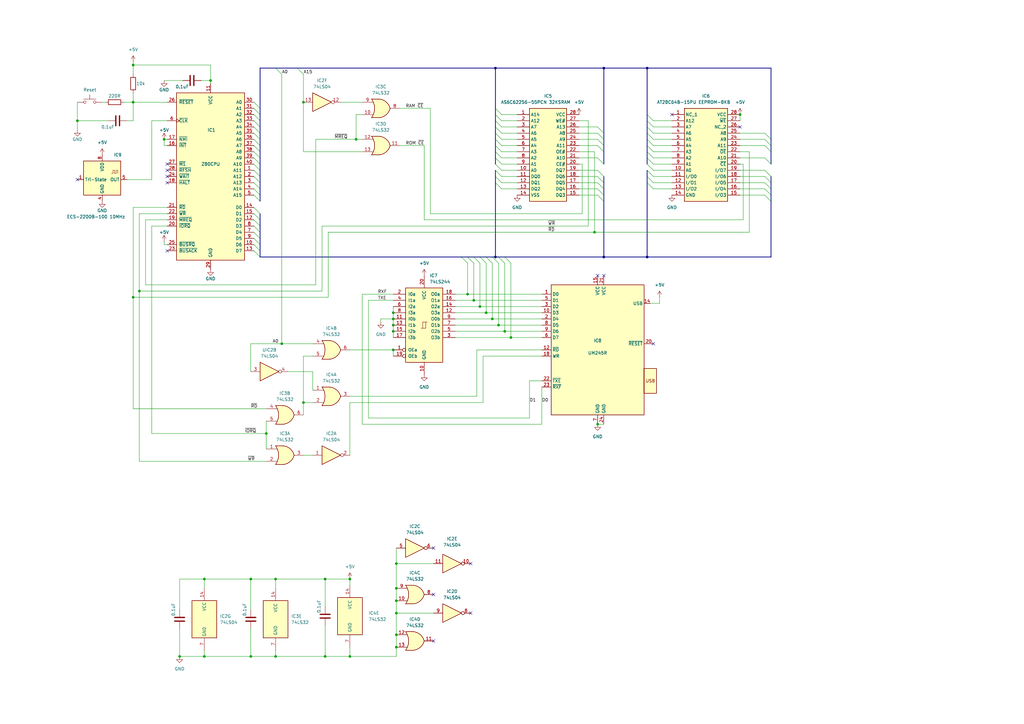
<source format=kicad_sch>
(kicad_sch (version 20230121) (generator eeschema)
  (paper "A3")
  (lib_symbols
    (symbol "74xx:74LS04"
      (property "Reference" "U" (at 0 1.27 0))
      (property "Value" "74LS04" (at 0 -1.27 0))
      (symbol "74LS04_1_0"
        (pin input line (at -7.62 0 0) (length 3.81) (name "~") (number "1"))
        (pin output inverted (at 7.62 0 180) (length 3.81) (name "~") (number "2"))
      )
      (symbol "74LS04_2_0"
        (pin input line (at -7.62 0 0) (length 3.81) (name "~") (number "3"))
        (pin output inverted (at 7.62 0 180) (length 3.81) (name "~") (number "4"))
      )
      (symbol "74LS04_3_0"
        (pin input line (at -7.62 0 0) (length 3.81) (name "~") (number "5"))
        (pin output inverted (at 7.62 0 180) (length 3.81) (name "~") (number "6"))
      )
      (symbol "74LS04_4_0"
        (pin output inverted (at 7.62 0 180) (length 3.81) (name "~") (number "8"))
        (pin input line (at -7.62 0 0) (length 3.81) (name "~") (number "9"))
      )
      (symbol "74LS04_5_0"
        (pin output inverted (at 7.62 0 180) (length 3.81) (name "~") (number "10"))
        (pin input line (at -7.62 0 0) (length 3.81) (name "~") (number "11"))
      )
      (symbol "74LS04_6_0"
        (pin output inverted (at 7.62 0 180) (length 3.81) (name "~") (number "12"))
        (pin input line (at -7.62 0 0) (length 3.81) (name "~") (number "13"))
      )
      (symbol "74LS04_7_0"
        (pin power_in line (at 0 12.7 270) (length 5.08) (name "VCC") (number "14"))
        (pin power_in line (at 0 -12.7 90) (length 5.08) (name "GND") (number "7"))
      )
    )
    (symbol "74xx:74LS244" (pin_names (offset 1.016))
      (property "Reference" "U" (at -7.62 16.51 0))
      (property "Value" "74LS244" (at -7.62 -16.51 0))
      (symbol "74LS244_1_0"
        (pin input inverted (at -12.7 -10.16 0) (length 5.08) (name "OEa") (number "1"))
        (pin power_in line (at 0 -20.32 90) (length 5.08) (name "GND") (number "10"))
        (pin input line (at -12.7 2.54 0) (length 5.08) (name "I0b") (number "11"))
        (pin tri_state line (at 12.7 5.08 180) (length 5.08) (name "O3a") (number "12"))
        (pin input line (at -12.7 0 0) (length 5.08) (name "I1b") (number "13"))
        (pin tri_state line (at 12.7 7.62 180) (length 5.08) (name "O2a") (number "14"))
        (pin input line (at -12.7 -2.54 0) (length 5.08) (name "I2b") (number "15"))
        (pin tri_state line (at 12.7 10.16 180) (length 5.08) (name "O1a") (number "16"))
        (pin input line (at -12.7 -5.08 0) (length 5.08) (name "I3b") (number "17"))
        (pin tri_state line (at 12.7 12.7 180) (length 5.08) (name "O0a") (number "18"))
        (pin input inverted (at -12.7 -12.7 0) (length 5.08) (name "OEb") (number "19"))
        (pin input line (at -12.7 12.7 0) (length 5.08) (name "I0a") (number "2"))
        (pin power_in line (at 0 20.32 270) (length 5.08) (name "VCC") (number "20"))
        (pin tri_state line (at 12.7 -5.08 180) (length 5.08) (name "O3b") (number "3"))
        (pin input line (at -12.7 10.16 0) (length 5.08) (name "I1a") (number "4"))
        (pin tri_state line (at 12.7 -2.54 180) (length 5.08) (name "O2b") (number "5"))
        (pin input line (at -12.7 7.62 0) (length 5.08) (name "I2a") (number "6"))
        (pin tri_state line (at 12.7 0 180) (length 5.08) (name "O1b") (number "7"))
        (pin input line (at -12.7 5.08 0) (length 5.08) (name "I3a") (number "8"))
        (pin tri_state line (at 12.7 2.54 180) (length 5.08) (name "O0b") (number "9"))
      )
    )
    (symbol "74xx:74LS32" (pin_names (offset 1.016))
      (property "Reference" "U" (at 0 1.27 0))
      (property "Value" "74LS32" (at 0 -1.27 0))
      (symbol "74LS32_1_1"
        (pin input line (at -7.62 2.54 0) (length 4.318) (name "~") (number "1"))
        (pin input line (at -7.62 -2.54 0) (length 4.318) (name "~") (number "2"))
        (pin output line (at 7.62 0 180) (length 3.81) (name "~") (number "3"))
      )
      (symbol "74LS32_1_2"
        (pin input inverted (at -7.62 2.54 0) (length 3.81) (name "~") (number "1"))
        (pin input inverted (at -7.62 -2.54 0) (length 3.81) (name "~") (number "2"))
        (pin output inverted (at 7.62 0 180) (length 3.81) (name "~") (number "3"))
      )
      (symbol "74LS32_2_1"
        (pin input line (at -7.62 2.54 0) (length 4.318) (name "~") (number "4"))
        (pin input line (at -7.62 -2.54 0) (length 4.318) (name "~") (number "5"))
        (pin output line (at 7.62 0 180) (length 3.81) (name "~") (number "6"))
      )
      (symbol "74LS32_2_2"
        (pin input inverted (at -7.62 2.54 0) (length 3.81) (name "~") (number "4"))
        (pin input inverted (at -7.62 -2.54 0) (length 3.81) (name "~") (number "5"))
        (pin output inverted (at 7.62 0 180) (length 3.81) (name "~") (number "6"))
      )
      (symbol "74LS32_3_1"
        (pin input line (at -7.62 -2.54 0) (length 4.318) (name "~") (number "10"))
        (pin output line (at 7.62 0 180) (length 3.81) (name "~") (number "8"))
        (pin input line (at -7.62 2.54 0) (length 4.318) (name "~") (number "9"))
      )
      (symbol "74LS32_3_2"
        (pin input inverted (at -7.62 -2.54 0) (length 3.81) (name "~") (number "10"))
        (pin output inverted (at 7.62 0 180) (length 3.81) (name "~") (number "8"))
        (pin input inverted (at -7.62 2.54 0) (length 3.81) (name "~") (number "9"))
      )
      (symbol "74LS32_4_1"
        (pin output line (at 7.62 0 180) (length 3.81) (name "~") (number "11"))
        (pin input line (at -7.62 2.54 0) (length 4.318) (name "~") (number "12"))
        (pin input line (at -7.62 -2.54 0) (length 4.318) (name "~") (number "13"))
      )
      (symbol "74LS32_4_2"
        (pin output inverted (at 7.62 0 180) (length 3.81) (name "~") (number "11"))
        (pin input inverted (at -7.62 2.54 0) (length 3.81) (name "~") (number "12"))
        (pin input inverted (at -7.62 -2.54 0) (length 3.81) (name "~") (number "13"))
      )
      (symbol "74LS32_5_0"
        (pin power_in line (at 0 12.7 270) (length 5.08) (name "VCC") (number "14"))
        (pin power_in line (at 0 -12.7 90) (length 5.08) (name "GND") (number "7"))
      )
    )
    (symbol "AS6C62256-55PCN:AS6C62256-55PCN"
      (property "Reference" "IC" (at 21.59 7.62 0))
      (property "Value" "AS6C62256-55PCN" (at 21.59 5.08 0))
      (symbol "AS6C62256-55PCN_1_1"
        (pin input line (at 0 0 0) (length 5.08) (name "A14") (number "1"))
        (pin input line (at 0 -22.86 0) (length 5.08) (name "A0") (number "10"))
        (pin bidirectional line (at 0 -25.4 0) (length 5.08) (name "DQ0") (number "11"))
        (pin bidirectional line (at 0 -27.94 0) (length 5.08) (name "DQ1") (number "12"))
        (pin bidirectional line (at 0 -30.48 0) (length 5.08) (name "DQ2") (number "13"))
        (pin power_in line (at 0 -33.02 0) (length 5.08) (name "VSS") (number "14"))
        (pin bidirectional line (at 25.4 -33.02 180) (length 5.08) (name "DQ3") (number "15"))
        (pin bidirectional line (at 25.4 -30.48 180) (length 5.08) (name "DQ4") (number "16"))
        (pin bidirectional line (at 25.4 -27.94 180) (length 5.08) (name "DQ5") (number "17"))
        (pin bidirectional line (at 25.4 -25.4 180) (length 5.08) (name "DQ6") (number "18"))
        (pin bidirectional line (at 25.4 -22.86 180) (length 5.08) (name "DQ7") (number "19"))
        (pin input line (at 0 -2.54 0) (length 5.08) (name "A12") (number "2"))
        (pin input line (at 25.4 -20.32 180) (length 5.08) (name "CE#") (number "20"))
        (pin input line (at 25.4 -17.78 180) (length 5.08) (name "A10") (number "21"))
        (pin input line (at 25.4 -15.24 180) (length 5.08) (name "OE#") (number "22"))
        (pin input line (at 25.4 -12.7 180) (length 5.08) (name "A11") (number "23"))
        (pin input line (at 25.4 -10.16 180) (length 5.08) (name "A9") (number "24"))
        (pin input line (at 25.4 -7.62 180) (length 5.08) (name "A8") (number "25"))
        (pin input line (at 25.4 -5.08 180) (length 5.08) (name "A13") (number "26"))
        (pin input line (at 25.4 -2.54 180) (length 5.08) (name "WE#") (number "27"))
        (pin power_in line (at 25.4 0 180) (length 5.08) (name "VCC") (number "28"))
        (pin input line (at 0 -5.08 0) (length 5.08) (name "A7") (number "3"))
        (pin input line (at 0 -7.62 0) (length 5.08) (name "A6") (number "4"))
        (pin input line (at 0 -10.16 0) (length 5.08) (name "A5") (number "5"))
        (pin input line (at 0 -12.7 0) (length 5.08) (name "A4") (number "6"))
        (pin input line (at 0 -15.24 0) (length 5.08) (name "A3") (number "7"))
        (pin input line (at 0 -17.78 0) (length 5.08) (name "A2") (number "8"))
        (pin input line (at 0 -20.32 0) (length 5.08) (name "A1") (number "9"))
      )
    )
    (symbol "AT28C64B-15PU:AT28C64B-15PU"
      (property "Reference" "IC" (at 24.13 7.62 0))
      (property "Value" "AT28C64B-15PU" (at 24.13 5.08 0))
      (symbol "AT28C64B-15PU_1_1"
        (pin passive line (at 0 0 0) (length 5.08) (name "NC_1") (number "1"))
        (pin passive line (at 0 -22.86 0) (length 5.08) (name "A0") (number "10"))
        (pin passive line (at 0 -25.4 0) (length 5.08) (name "I/O0") (number "11"))
        (pin passive line (at 0 -27.94 0) (length 5.08) (name "I/O1") (number "12"))
        (pin passive line (at 0 -30.48 0) (length 5.08) (name "I/O2") (number "13"))
        (pin passive line (at 0 -33.02 0) (length 5.08) (name "GND") (number "14"))
        (pin passive line (at 27.94 -33.02 180) (length 5.08) (name "I/O3") (number "15"))
        (pin passive line (at 27.94 -30.48 180) (length 5.08) (name "I/O4") (number "16"))
        (pin passive line (at 27.94 -27.94 180) (length 5.08) (name "I/O5") (number "17"))
        (pin passive line (at 27.94 -25.4 180) (length 5.08) (name "I/O6") (number "18"))
        (pin passive line (at 27.94 -22.86 180) (length 5.08) (name "I/O7") (number "19"))
        (pin passive line (at 0 -2.54 0) (length 5.08) (name "A12") (number "2"))
        (pin passive line (at 27.94 -20.32 180) (length 5.08) (name "~{CE}") (number "20"))
        (pin passive line (at 27.94 -17.78 180) (length 5.08) (name "A10") (number "21"))
        (pin passive line (at 27.94 -15.24 180) (length 5.08) (name "~{OE}") (number "22"))
        (pin passive line (at 27.94 -12.7 180) (length 5.08) (name "A11") (number "23"))
        (pin passive line (at 27.94 -10.16 180) (length 5.08) (name "A9") (number "24"))
        (pin passive line (at 27.94 -7.62 180) (length 5.08) (name "A8") (number "25"))
        (pin passive line (at 27.94 -5.08 180) (length 5.08) (name "NC_2") (number "26"))
        (pin passive line (at 27.94 -2.54 180) (length 5.08) (name "~{WE}") (number "27"))
        (pin passive line (at 27.94 0 180) (length 5.08) (name "VCC") (number "28"))
        (pin passive line (at 0 -5.08 0) (length 5.08) (name "A7") (number "3"))
        (pin passive line (at 0 -7.62 0) (length 5.08) (name "A6") (number "4"))
        (pin passive line (at 0 -10.16 0) (length 5.08) (name "A5") (number "5"))
        (pin passive line (at 0 -12.7 0) (length 5.08) (name "A4") (number "6"))
        (pin passive line (at 0 -15.24 0) (length 5.08) (name "A3") (number "7"))
        (pin passive line (at 0 -17.78 0) (length 5.08) (name "A2") (number "8"))
        (pin passive line (at 0 -20.32 0) (length 5.08) (name "A1") (number "9"))
      )
    )
    (symbol "CPU:Z80CPU" (pin_names (offset 1.016))
      (property "Reference" "U" (at -13.97 35.56 0))
      (property "Value" "Z80CPU" (at 6.35 35.56 0))
      (symbol "Z80CPU_1_1"
        (pin output line (at 17.78 2.54 180) (length 3.81) (name "A11") (number "1"))
        (pin bidirectional line (at 17.78 -27.94 180) (length 3.81) (name "D6") (number "10"))
        (pin power_in line (at 0 38.1 270) (length 3.81) (name "VCC") (number "11"))
        (pin bidirectional line (at 17.78 -17.78 180) (length 3.81) (name "D2") (number "12"))
        (pin bidirectional line (at 17.78 -30.48 180) (length 3.81) (name "D7") (number "13"))
        (pin bidirectional line (at 17.78 -12.7 180) (length 3.81) (name "D0") (number "14"))
        (pin bidirectional line (at 17.78 -15.24 180) (length 3.81) (name "D1") (number "15"))
        (pin input line (at -17.78 12.7 0) (length 3.81) (name "~{INT}") (number "16"))
        (pin input line (at -17.78 15.24 0) (length 3.81) (name "~{NMI}") (number "17"))
        (pin output line (at -17.78 -2.54 0) (length 3.81) (name "~{HALT}") (number "18"))
        (pin output line (at -17.78 -17.78 0) (length 3.81) (name "~{MREQ}") (number "19"))
        (pin output line (at 17.78 0 180) (length 3.81) (name "A12") (number "2"))
        (pin output line (at -17.78 -20.32 0) (length 3.81) (name "~{IORQ}") (number "20"))
        (pin output line (at -17.78 -12.7 0) (length 3.81) (name "~{RD}") (number "21"))
        (pin output line (at -17.78 -15.24 0) (length 3.81) (name "~{WR}") (number "22"))
        (pin output line (at -17.78 -30.48 0) (length 3.81) (name "~{BUSACK}") (number "23"))
        (pin input line (at -17.78 0 0) (length 3.81) (name "~{WAIT}") (number "24"))
        (pin input line (at -17.78 -27.94 0) (length 3.81) (name "~{BUSRQ}") (number "25"))
        (pin input line (at -17.78 30.48 0) (length 3.81) (name "~{RESET}") (number "26"))
        (pin output line (at -17.78 5.08 0) (length 3.81) (name "~{M1}") (number "27"))
        (pin output line (at -17.78 2.54 0) (length 3.81) (name "~{RFSH}") (number "28"))
        (pin power_in line (at 0 -38.1 90) (length 3.81) (name "GND") (number "29"))
        (pin output line (at 17.78 -2.54 180) (length 3.81) (name "A13") (number "3"))
        (pin output line (at 17.78 30.48 180) (length 3.81) (name "A0") (number "30"))
        (pin output line (at 17.78 27.94 180) (length 3.81) (name "A1") (number "31"))
        (pin output line (at 17.78 25.4 180) (length 3.81) (name "A2") (number "32"))
        (pin output line (at 17.78 22.86 180) (length 3.81) (name "A3") (number "33"))
        (pin output line (at 17.78 20.32 180) (length 3.81) (name "A4") (number "34"))
        (pin output line (at 17.78 17.78 180) (length 3.81) (name "A5") (number "35"))
        (pin output line (at 17.78 15.24 180) (length 3.81) (name "A6") (number "36"))
        (pin output line (at 17.78 12.7 180) (length 3.81) (name "A7") (number "37"))
        (pin output line (at 17.78 10.16 180) (length 3.81) (name "A8") (number "38"))
        (pin output line (at 17.78 7.62 180) (length 3.81) (name "A9") (number "39"))
        (pin output line (at 17.78 -5.08 180) (length 3.81) (name "A14") (number "4"))
        (pin output line (at 17.78 5.08 180) (length 3.81) (name "A10") (number "40"))
        (pin output line (at 17.78 -7.62 180) (length 3.81) (name "A15") (number "5"))
        (pin input clock (at -17.78 22.86 0) (length 3.81) (name "~{CLK}") (number "6"))
        (pin bidirectional line (at 17.78 -22.86 180) (length 3.81) (name "D4") (number "7"))
        (pin bidirectional line (at 17.78 -20.32 180) (length 3.81) (name "D3") (number "8"))
        (pin bidirectional line (at 17.78 -25.4 180) (length 3.81) (name "D5") (number "9"))
      )
    )
    (symbol "Device:C" (pin_numbers hide) (pin_names (offset 0.254))
      (property "Reference" "C" (at 0.635 2.54 0))
      (property "Value" "C" (at 0.635 -2.54 0))
      (symbol "C_1_1"
        (pin passive line (at 0 3.81 270) (length 2.794) (name "~") (number "1"))
        (pin passive line (at 0 -3.81 90) (length 2.794) (name "~") (number "2"))
      )
    )
    (symbol "Device:R" (pin_numbers hide) (pin_names (offset 0))
      (property "Reference" "R" (at 2.032 0 90))
      (property "Value" "R" (at 0 0 90))
      (symbol "R_1_1"
        (pin passive line (at 0 3.81 270) (length 1.27) (name "~") (number "1"))
        (pin passive line (at 0 -3.81 90) (length 1.27) (name "~") (number "2"))
      )
    )
    (symbol "GND_1" (power) (pin_numbers hide) (pin_names (offset 0) hide)
      (property "Value" "GND_1" (at 0 -3.81 0))
      (symbol "GND_1_1_1"
        (pin power_in line (at 0 0 270) (length 0) hide (name "GND") (number "1"))
      )
    )
    (symbol "PainfulDiodes:ECS-2200x-xxx"
      (property "Reference" "U" (at -5.08 10.16 0))
      (property "Value" "ECS-2200x-xxx" (at 1.27 -6.35 0))
      (symbol "ECS-2200x-xxx_1_1"
        (pin input line (at -10.16 1.27 0) (length 2.54) (name "Tri-State") (number "1"))
        (pin power_in line (at 0 -7.62 90) (length 2.54) (name "GND") (number "4"))
        (pin output line (at 10.16 1.27 180) (length 2.54) (name "OUT") (number "5"))
        (pin power_in line (at 0 11.43 270) (length 2.54) (name "VDD") (number "8"))
      )
    )
    (symbol "PainfulDiodes:UM245R"
      (property "Reference" "IC8" (at 0 5.08 0))
      (property "Value" "UM245R" (at 0 0 0))
      (symbol "UM245R_1_1"
        (text "USB" (at 21.59 -11.43 0) (effects (font (size 1.27 1.27))))
        (pin bidirectional line (at -22.86 24.13 0) (length 3.81) (name "D0") (number "1"))
        (pin bidirectional line (at -22.86 16.51 0) (length 3.81) (name "D3") (number "10"))
        (pin input line (at -22.86 1.27 0) (length 3.81) (name "~{RD}") (number "12"))
        (pin power_out line (at 21.59 20.32 180) (length 2.54) (name "USB") (number "14"))
        (pin power_in line (at 0 31.75 270) (length 3.81) (name "VCC") (number "15"))
        (pin input line (at -22.86 -1.27 0) (length 3.81) (name "WR") (number "18"))
        (pin bidirectional line (at -22.86 13.97 0) (length 3.81) (name "D4") (number "2"))
        (pin input line (at 22.86 3.81 180) (length 3.81) (name "~{RESET}") (number "20"))
        (pin power_in line (at 2.54 31.75 270) (length 3.81) (name "VCC") (number "21"))
        (pin output line (at -22.86 -11.43 0) (length 3.81) (name "~{TXE}") (number "22"))
        (pin output line (at -22.86 -13.97 0) (length 3.81) (name "~{RXF}") (number "23"))
        (pin power_in line (at 2.54 -29.21 90) (length 3.81) (name "GND") (number "24"))
        (pin bidirectional line (at -22.86 19.05 0) (length 3.81) (name "D2") (number "3"))
        (pin bidirectional line (at -22.86 21.59 0) (length 3.81) (name "D1") (number "5"))
        (pin bidirectional line (at -22.86 6.35 0) (length 3.81) (name "D7") (number "6"))
        (pin power_in line (at 0 -29.21 90) (length 3.81) (name "GND") (number "7"))
        (pin bidirectional line (at -22.86 11.43 0) (length 3.81) (name "D5") (number "8"))
        (pin bidirectional line (at -22.86 8.89 0) (length 3.81) (name "D6") (number "9"))
      )
    )
    (symbol "Switch:SW_Push" (pin_numbers hide) (pin_names (offset 1.016) hide)
      (property "Reference" "SW" (at 1.27 2.54 0))
      (property "Value" "SW_Push" (at 0 -1.524 0))
      (symbol "SW_Push_0_1"
        (pin passive line (at -5.08 0 0) (length 2.54) (name "1") (number "1"))
        (pin passive line (at 5.08 0 180) (length 2.54) (name "2") (number "2"))
      )
    )
    (symbol "power:+5V" (power) (pin_numbers hide) (pin_names (offset 0) hide)
      (property "Value" "+5V" (at 0 3.556 0))
      (symbol "+5V_1_1"
        (pin power_in line (at 0 0 90) (length 0) hide (name "+5V") (number "1"))
      )
    )
    (symbol "power:GND" (power) (pin_numbers hide) (pin_names (offset 0) hide)
      (property "Value" "GND" (at 0 -3.81 0))
      (symbol "GND_1_1"
        (pin power_in line (at 0 0 270) (length 0) hide (name "GND") (number "1"))
      )
    )
  )
  (junction (at 265.43 105.41))
  (junction (at 83.82 237.49))
  (junction (at 124.46 165.1))
  (junction (at 54.61 41.91))
  (junction (at 162.56 265.43))
  (junction (at 194.31 123.19))
  (junction (at 54.61 26.67))
  (junction (at 161.29 143.51))
  (junction (at 67.31 57.15))
  (junction (at 102.87 269.24))
  (junction (at 115.57 140.97))
  (junction (at 161.29 130.81))
  (junction (at 161.29 128.27))
  (junction (at 265.43 27.94))
  (junction (at -46.99 45.72))
  (junction (at 161.29 133.35))
  (junction (at -54.61 125.73))
  (junction (at -54.61 110.49))
  (junction (at 162.56 231.14))
  (junction (at 86.36 33.02))
  (junction (at 54.61 121.92))
  (junction (at 243.84 95.25))
  (junction (at 146.05 57.15))
  (junction (at 199.39 128.27))
  (junction (at 161.29 135.89))
  (junction (at 143.51 269.24))
  (junction (at 196.85 125.73))
  (junction (at 133.35 269.24))
  (junction (at 73.66 269.24))
  (junction (at 203.2 27.94))
  (junction (at 207.01 135.89))
  (junction (at 203.2 105.41))
  (junction (at 83.82 269.24))
  (junction (at 113.03 269.24))
  (junction (at 162.56 241.3))
  (junction (at 102.87 237.49))
  (junction (at 245.11 173.99))
  (junction (at 162.56 246.38))
  (junction (at 303.53 46.99))
  (junction (at 109.22 177.8))
  (junction (at 162.56 251.46))
  (junction (at 133.35 237.49))
  (junction (at 209.55 138.43))
  (junction (at 124.46 41.91))
  (junction (at 113.03 237.49))
  (junction (at 191.77 120.65))
  (junction (at 247.65 27.94))
  (junction (at 247.65 105.41))
  (junction (at 57.15 119.38))
  (junction (at 31.75 49.53))
  (junction (at 143.51 237.49))
  (junction (at 162.56 260.35))
  (junction (at 204.47 133.35))
  (junction (at 201.93 130.81))
  (no_connect (at 68.58 72.39))
  (no_connect (at 193.04 231.14))
  (no_connect (at 68.58 67.31))
  (no_connect (at 275.59 46.99))
  (no_connect (at 177.8 243.84))
  (no_connect (at 31.75 73.66))
  (no_connect (at 68.58 69.85))
  (no_connect (at 193.04 251.46))
  (no_connect (at 267.97 140.97))
  (no_connect (at 177.8 262.89))
  (no_connect (at 68.58 102.87))
  (no_connect (at 245.11 113.03))
  (no_connect (at 247.65 113.03))
  (no_connect (at 68.58 74.93))
  (no_connect (at 303.53 52.07))
  (no_connect (at 177.8 224.79))
  (bus_entry (at 313.69 54.61) (size 2.54 2.54))
  (bus_entry (at 203.2 69.85) (size 2.54 2.54))
  (bus_entry (at 245.11 77.47) (size 2.54 2.54))
  (bus_entry (at 313.69 64.77) (size 2.54 2.54))
  (bus_entry (at 245.11 80.01) (size 2.54 2.54))
  (bus_entry (at 203.2 59.69) (size 2.54 2.54))
  (bus_entry (at 245.11 52.07) (size 2.54 2.54))
  (bus_entry (at 203.2 52.07) (size 2.54 2.54))
  (bus_entry (at 104.14 69.85) (size 2.54 2.54))
  (bus_entry (at 203.2 46.99) (size 2.54 2.54))
  (bus_entry (at 104.14 67.31) (size 2.54 2.54))
  (bus_entry (at 201.93 105.41) (size 2.54 2.54))
  (bus_entry (at 104.14 54.61) (size 2.54 2.54))
  (bus_entry (at 313.69 72.39) (size 2.54 2.54))
  (bus_entry (at 265.43 69.85) (size 2.54 2.54))
  (bus_entry (at 189.23 105.41) (size 2.54 2.54))
  (bus_entry (at 265.43 67.31) (size 2.54 2.54))
  (bus_entry (at 313.69 80.01) (size 2.54 2.54))
  (bus_entry (at 313.69 74.93) (size 2.54 2.54))
  (bus_entry (at 203.2 54.61) (size 2.54 2.54))
  (bus_entry (at 104.14 80.01) (size 2.54 2.54))
  (bus_entry (at 104.14 90.17) (size 2.54 2.54))
  (bus_entry (at 104.14 62.23) (size 2.54 2.54))
  (bus_entry (at 203.2 74.93) (size 2.54 2.54))
  (bus_entry (at 104.14 85.09) (size 2.54 2.54))
  (bus_entry (at 104.14 64.77) (size 2.54 2.54))
  (bus_entry (at 113.03 27.94) (size 2.54 2.54))
  (bus_entry (at 104.14 95.25) (size 2.54 2.54))
  (bus_entry (at 265.43 49.53) (size 2.54 2.54))
  (bus_entry (at 204.47 105.41) (size 2.54 2.54))
  (bus_entry (at 104.14 100.33) (size 2.54 2.54))
  (bus_entry (at 104.14 52.07) (size 2.54 2.54))
  (bus_entry (at 121.92 27.94) (size 2.54 2.54))
  (bus_entry (at 196.85 105.41) (size 2.54 2.54))
  (bus_entry (at 203.2 62.23) (size 2.54 2.54))
  (bus_entry (at 265.43 52.07) (size 2.54 2.54))
  (bus_entry (at 199.39 105.41) (size 2.54 2.54))
  (bus_entry (at 104.14 92.71) (size 2.54 2.54))
  (bus_entry (at 104.14 46.99) (size 2.54 2.54))
  (bus_entry (at 203.2 49.53) (size 2.54 2.54))
  (bus_entry (at 265.43 74.93) (size 2.54 2.54))
  (bus_entry (at 245.11 54.61) (size 2.54 2.54))
  (bus_entry (at 203.2 57.15) (size 2.54 2.54))
  (bus_entry (at 104.14 72.39) (size 2.54 2.54))
  (bus_entry (at 245.11 69.85) (size 2.54 2.54))
  (bus_entry (at 313.69 77.47) (size 2.54 2.54))
  (bus_entry (at 104.14 77.47) (size 2.54 2.54))
  (bus_entry (at 313.69 57.15) (size 2.54 2.54))
  (bus_entry (at 203.2 72.39) (size 2.54 2.54))
  (bus_entry (at 265.43 54.61) (size 2.54 2.54))
  (bus_entry (at 104.14 74.93) (size 2.54 2.54))
  (bus_entry (at 203.2 44.45) (size 2.54 2.54))
  (bus_entry (at 104.14 87.63) (size 2.54 2.54))
  (bus_entry (at 265.43 62.23) (size 2.54 2.54))
  (bus_entry (at 104.14 41.91) (size 2.54 2.54))
  (bus_entry (at 265.43 59.69) (size 2.54 2.54))
  (bus_entry (at 245.11 64.77) (size 2.54 2.54))
  (bus_entry (at 245.11 59.69) (size 2.54 2.54))
  (bus_entry (at 265.43 46.99) (size 2.54 2.54))
  (bus_entry (at 245.11 72.39) (size 2.54 2.54))
  (bus_entry (at 104.14 57.15) (size 2.54 2.54))
  (bus_entry (at 245.11 57.15) (size 2.54 2.54))
  (bus_entry (at 265.43 72.39) (size 2.54 2.54))
  (bus_entry (at 191.77 105.41) (size 2.54 2.54))
  (bus_entry (at 104.14 102.87) (size 2.54 2.54))
  (bus_entry (at 104.14 49.53) (size 2.54 2.54))
  (bus_entry (at 313.69 69.85) (size 2.54 2.54))
  (bus_entry (at 313.69 59.69) (size 2.54 2.54))
  (bus_entry (at 245.11 74.93) (size 2.54 2.54))
  (bus_entry (at 207.01 105.41) (size 2.54 2.54))
  (bus_entry (at 265.43 64.77) (size 2.54 2.54))
  (bus_entry (at 104.14 59.69) (size 2.54 2.54))
  (bus_entry (at 203.2 64.77) (size 2.54 2.54))
  (bus_entry (at 104.14 44.45) (size 2.54 2.54))
  (bus_entry (at 203.2 67.31) (size 2.54 2.54))
  (bus_entry (at 104.14 97.79) (size 2.54 2.54))
  (bus_entry (at 265.43 57.15) (size 2.54 2.54))
  (bus_entry (at 194.31 105.41) (size 2.54 2.54))
  (wire (pts (xy 241.3 92.71) (xy 241.3 49.53)))
  (wire (pts (xy 102.87 237.49) (xy 113.03 237.49)))
  (bus (pts (xy 106.68 54.61) (xy 106.68 57.15)))
  (wire (pts (xy 209.55 107.95) (xy 209.55 138.43)))
  (bus (pts (xy 203.2 74.93) (xy 203.2 105.41)))
  (wire (pts (xy 237.49 69.85) (xy 245.11 69.85)))
  (bus (pts (xy 106.68 59.69) (xy 106.68 62.23)))
  (bus (pts (xy 203.2 49.53) (xy 203.2 52.07)))
  (wire (pts (xy 31.75 41.91) (xy 31.75 49.53)))
  (bus (pts (xy 316.23 59.69) (xy 316.23 57.15)))
  (wire (pts (xy 176.53 44.45) (xy 176.53 87.63)))
  (wire (pts (xy 161.29 130.81) (xy 161.29 133.35)))
  (bus (pts (xy 265.43 54.61) (xy 265.43 52.07)))
  (wire (pts (xy 186.69 133.35) (xy 204.47 133.35)))
  (wire (pts (xy 186.69 135.89) (xy 207.01 135.89)))
  (wire (pts (xy 196.85 125.73) (xy 222.25 125.73)))
  (wire (pts (xy 201.93 107.95) (xy 201.93 130.81)))
  (bus (pts (xy 316.23 57.15) (xy 316.23 27.94)))
  (wire (pts (xy 204.47 107.95) (xy 204.47 133.35)))
  (wire (pts (xy -46.99 45.72) (xy -36.83 45.72)))
  (bus (pts (xy 106.68 27.94) (xy 106.68 44.45)))
  (wire (pts (xy 270.51 124.46) (xy 266.7 124.46)))
  (wire (pts (xy 109.22 177.8) (xy 62.23 177.8)))
  (wire (pts (xy 201.93 130.81) (xy 222.25 130.81)))
  (wire (pts (xy 303.53 69.85) (xy 313.69 69.85)))
  (bus (pts (xy 106.68 52.07) (xy 106.68 54.61)))
  (wire (pts (xy 237.49 72.39) (xy 245.11 72.39)))
  (bus (pts (xy 265.43 49.53) (xy 265.43 46.99)))
  (wire (pts (xy -54.61 104.14) (xy -54.61 110.49)))
  (wire (pts (xy 73.66 269.24) (xy 83.82 269.24)))
  (bus (pts (xy 189.23 105.41) (xy 191.77 105.41)))
  (bus (pts (xy 247.65 82.55) (xy 247.65 105.41)))
  (bus (pts (xy 106.68 69.85) (xy 106.68 72.39)))
  (bus (pts (xy 203.2 57.15) (xy 203.2 59.69)))
  (bus (pts (xy 106.68 97.79) (xy 106.68 100.33)))
  (wire (pts (xy 204.47 133.35) (xy 222.25 133.35)))
  (wire (pts (xy 83.82 241.3) (xy 83.82 237.49)))
  (bus (pts (xy 265.43 105.41) (xy 316.23 105.41)))
  (wire (pts (xy 207.01 107.95) (xy 207.01 135.89)))
  (wire (pts (xy 205.74 46.99) (xy 212.09 46.99)))
  (bus (pts (xy 207.01 105.41) (xy 247.65 105.41)))
  (bus (pts (xy 106.68 57.15) (xy 106.68 59.69)))
  (bus (pts (xy 316.23 67.31) (xy 316.23 62.23)))
  (wire (pts (xy 54.61 25.4) (xy 54.61 26.67)))
  (wire (pts (xy 67.31 33.02) (xy 74.93 33.02)))
  (wire (pts (xy -46.99 27.94) (xy -46.99 31.75)))
  (wire (pts (xy 146.05 46.99) (xy 146.05 57.15)))
  (wire (pts (xy 205.74 57.15) (xy 212.09 57.15)))
  (wire (pts (xy -54.61 27.94) (xy -46.99 27.94)))
  (wire (pts (xy 68.58 90.17) (xy 59.69 90.17)))
  (wire (pts (xy 151.13 171.45) (xy 217.17 171.45)))
  (wire (pts (xy 62.23 73.66) (xy 62.23 49.53)))
  (wire (pts (xy 186.69 128.27) (xy 199.39 128.27)))
  (wire (pts (xy 267.97 74.93) (xy 275.59 74.93)))
  (wire (pts (xy 237.49 74.93) (xy 245.11 74.93)))
  (bus (pts (xy 247.65 27.94) (xy 265.43 27.94)))
  (wire (pts (xy 124.46 30.48) (xy 124.46 41.91)))
  (bus (pts (xy 247.65 59.69) (xy 247.65 62.23)))
  (wire (pts (xy 161.29 135.89) (xy 161.29 138.43)))
  (wire (pts (xy 194.31 107.95) (xy 194.31 123.19)))
  (wire (pts (xy 129.54 116.84) (xy 129.54 57.15)))
  (wire (pts (xy 57.15 189.23) (xy 57.15 119.38)))
  (wire (pts (xy 143.51 269.24) (xy 162.56 269.24)))
  (wire (pts (xy 303.53 64.77) (xy 313.69 64.77)))
  (wire (pts (xy 267.97 59.69) (xy 275.59 59.69)))
  (wire (pts (xy 186.69 125.73) (xy 196.85 125.73)))
  (wire (pts (xy 162.56 224.79) (xy 162.56 231.14)))
  (wire (pts (xy 245.11 173.99) (xy 247.65 173.99)))
  (bus (pts (xy 121.92 27.94) (xy 203.2 27.94)))
  (wire (pts (xy 156.21 132.08) (xy 156.21 130.81)))
  (wire (pts (xy 83.82 266.7) (xy 83.82 269.24)))
  (wire (pts (xy 186.69 138.43) (xy 209.55 138.43)))
  (wire (pts (xy 143.51 265.43) (xy 143.51 269.24)))
  (wire (pts (xy 133.35 269.24) (xy 143.51 269.24)))
  (wire (pts (xy 102.87 140.97) (xy 115.57 140.97)))
  (bus (pts (xy 191.77 105.41) (xy 194.31 105.41)))
  (wire (pts (xy 133.35 256.54) (xy 133.35 269.24)))
  (wire (pts (xy 209.55 138.43) (xy 222.25 138.43)))
  (wire (pts (xy 177.8 231.14) (xy 162.56 231.14)))
  (wire (pts (xy 237.49 62.23) (xy 243.84 62.23)))
  (wire (pts (xy 151.13 171.45) (xy 151.13 123.19)))
  (wire (pts (xy 303.53 72.39) (xy 313.69 72.39)))
  (wire (pts (xy 205.74 54.61) (xy 212.09 54.61)))
  (wire (pts (xy 162.56 260.35) (xy 162.56 265.43)))
  (wire (pts (xy 54.61 41.91) (xy 68.58 41.91)))
  (wire (pts (xy 148.59 173.99) (xy 222.25 173.99)))
  (wire (pts (xy 217.17 156.21) (xy 222.25 156.21)))
  (wire (pts (xy 237.49 52.07) (xy 245.11 52.07)))
  (wire (pts (xy 132.08 119.38) (xy 132.08 92.71)))
  (wire (pts (xy 194.31 123.19) (xy 222.25 123.19)))
  (wire (pts (xy 54.61 121.92) (xy 54.61 85.09)))
  (wire (pts (xy 303.53 46.99) (xy 303.53 49.53)))
  (wire (pts (xy 237.49 80.01) (xy 245.11 80.01)))
  (wire (pts (xy 267.97 72.39) (xy 275.59 72.39)))
  (wire (pts (xy 54.61 121.92) (xy 134.62 121.92)))
  (wire (pts (xy 205.74 67.31) (xy 212.09 67.31)))
  (wire (pts (xy 163.83 59.69) (xy 173.99 59.69)))
  (wire (pts (xy -46.99 39.37) (xy -46.99 45.72)))
  (wire (pts (xy 54.61 38.1) (xy 54.61 41.91)))
  (wire (pts (xy 198.12 146.05) (xy 222.25 146.05)))
  (bus (pts (xy 203.2 59.69) (xy 203.2 62.23)))
  (wire (pts (xy 304.8 67.31) (xy 303.53 67.31)))
  (wire (pts (xy 31.75 49.53) (xy 44.45 49.53)))
  (wire (pts (xy 205.74 64.77) (xy 212.09 64.77)))
  (wire (pts (xy 267.97 52.07) (xy 275.59 52.07)))
  (wire (pts (xy 113.03 266.7) (xy 113.03 269.24)))
  (wire (pts (xy 205.74 59.69) (xy 212.09 59.69)))
  (wire (pts (xy 109.22 167.64) (xy 54.61 167.64)))
  (wire (pts (xy 50.8 41.91) (xy 54.61 41.91)))
  (wire (pts (xy 128.27 146.05) (xy 124.46 146.05)))
  (bus (pts (xy 265.43 46.99) (xy 265.43 27.94)))
  (wire (pts (xy 243.84 95.25) (xy 243.84 62.23)))
  (wire (pts (xy 62.23 177.8) (xy 62.23 92.71)))
  (wire (pts (xy 307.34 62.23) (xy 303.53 62.23)))
  (wire (pts (xy 186.69 123.19) (xy 194.31 123.19)))
  (bus (pts (xy 106.68 44.45) (xy 106.68 46.99)))
  (wire (pts (xy -67.31 110.49) (xy -66.04 110.49)))
  (bus (pts (xy 106.68 92.71) (xy 106.68 95.25)))
  (wire (pts (xy 237.49 59.69) (xy 245.11 59.69)))
  (bus (pts (xy 265.43 62.23) (xy 265.43 64.77)))
  (bus (pts (xy 316.23 80.01) (xy 316.23 82.55)))
  (wire (pts (xy 156.21 130.81) (xy 161.29 130.81)))
  (bus (pts (xy 247.65 72.39) (xy 247.65 74.93)))
  (bus (pts (xy 106.68 74.93) (xy 106.68 77.47)))
  (wire (pts (xy 59.69 116.84) (xy 129.54 116.84)))
  (wire (pts (xy 162.56 251.46) (xy 162.56 260.35)))
  (wire (pts (xy 67.31 59.69) (xy 67.31 57.15)))
  (wire (pts (xy 307.34 95.25) (xy 307.34 62.23)))
  (bus (pts (xy 265.43 27.94) (xy 316.23 27.94)))
  (wire (pts (xy 73.66 257.81) (xy 73.66 269.24)))
  (bus (pts (xy 106.68 64.77) (xy 106.68 67.31)))
  (wire (pts (xy 176.53 87.63) (xy 238.76 87.63)))
  (wire (pts (xy 109.22 189.23) (xy 57.15 189.23)))
  (wire (pts (xy 73.66 237.49) (xy 83.82 237.49)))
  (bus (pts (xy 106.68 105.41) (xy 189.23 105.41)))
  (wire (pts (xy 304.8 90.17) (xy 304.8 67.31)))
  (wire (pts (xy 217.17 171.45) (xy 217.17 156.21)))
  (bus (pts (xy 106.68 102.87) (xy 106.68 105.41)))
  (wire (pts (xy 109.22 172.72) (xy 109.22 177.8)))
  (wire (pts (xy 102.87 140.97) (xy 102.87 152.4)))
  (wire (pts (xy 237.49 64.77) (xy 245.11 64.77)))
  (bus (pts (xy 199.39 105.41) (xy 201.93 105.41)))
  (wire (pts (xy 129.54 57.15) (xy 146.05 57.15)))
  (wire (pts (xy 102.87 269.24) (xy 113.03 269.24)))
  (wire (pts (xy 148.59 120.65) (xy 148.59 173.99)))
  (wire (pts (xy 143.51 143.51) (xy 161.29 143.51)))
  (wire (pts (xy 124.46 41.91) (xy 124.46 62.23)))
  (bus (pts (xy 265.43 69.85) (xy 265.43 72.39)))
  (wire (pts (xy -67.31 125.73) (xy -54.61 125.73)))
  (wire (pts (xy 303.53 74.93) (xy 313.69 74.93)))
  (wire (pts (xy 199.39 107.95) (xy 199.39 128.27)))
  (wire (pts (xy 134.62 95.25) (xy 243.84 95.25)))
  (wire (pts (xy 133.35 237.49) (xy 133.35 248.92)))
  (bus (pts (xy 247.65 54.61) (xy 247.65 57.15)))
  (bus (pts (xy 204.47 105.41) (xy 207.01 105.41)))
  (bus (pts (xy 113.03 27.94) (xy 121.92 27.94)))
  (wire (pts (xy 54.61 26.67) (xy 54.61 30.48)))
  (wire (pts (xy 115.57 30.48) (xy 115.57 140.97)))
  (wire (pts (xy 139.7 41.91) (xy 148.59 41.91)))
  (wire (pts (xy 267.97 64.77) (xy 275.59 64.77)))
  (wire (pts (xy -55.88 110.49) (xy -54.61 110.49)))
  (wire (pts (xy 124.46 165.1) (xy 128.27 165.1)))
  (wire (pts (xy 148.59 46.99) (xy 146.05 46.99)))
  (bus (pts (xy 316.23 72.39) (xy 316.23 74.93)))
  (wire (pts (xy 198.12 165.1) (xy 198.12 146.05)))
  (wire (pts (xy 54.61 167.64) (xy 54.61 121.92)))
  (wire (pts (xy 195.58 143.51) (xy 222.25 143.51)))
  (wire (pts (xy 303.53 59.69) (xy 313.69 59.69)))
  (wire (pts (xy 267.97 69.85) (xy 275.59 69.85)))
  (wire (pts (xy 205.74 62.23) (xy 212.09 62.23)))
  (bus (pts (xy 247.65 57.15) (xy 247.65 59.69)))
  (bus (pts (xy 203.2 72.39) (xy 203.2 74.93)))
  (wire (pts (xy 205.74 69.85) (xy 212.09 69.85)))
  (wire (pts (xy 115.57 140.97) (xy 128.27 140.97)))
  (bus (pts (xy 316.23 77.47) (xy 316.23 80.01)))
  (wire (pts (xy -54.61 130.81) (xy -54.61 125.73)))
  (bus (pts (xy 106.68 49.53) (xy 106.68 52.07)))
  (wire (pts (xy 67.31 59.69) (xy 68.58 59.69)))
  (bus (pts (xy 106.68 80.01) (xy 106.68 82.55)))
  (wire (pts (xy 237.49 77.47) (xy 245.11 77.47)))
  (wire (pts (xy -54.61 110.49) (xy -44.45 110.49)))
  (wire (pts (xy -67.31 110.49) (xy -67.31 114.3)))
  (wire (pts (xy 161.29 133.35) (xy 161.29 135.89)))
  (wire (pts (xy 54.61 85.09) (xy 68.58 85.09)))
  (wire (pts (xy 267.97 57.15) (xy 275.59 57.15)))
  (wire (pts (xy -54.61 125.73) (xy -54.61 121.92)))
  (bus (pts (xy 203.2 46.99) (xy 203.2 49.53)))
  (bus (pts (xy 203.2 54.61) (xy 203.2 57.15)))
  (wire (pts (xy 52.07 73.66) (xy 62.23 73.66)))
  (bus (pts (xy 247.65 62.23) (xy 247.65 67.31)))
  (wire (pts (xy 113.03 237.49) (xy 133.35 237.49)))
  (wire (pts (xy 267.97 49.53) (xy 275.59 49.53)))
  (wire (pts (xy 83.82 237.49) (xy 102.87 237.49)))
  (bus (pts (xy 196.85 105.41) (xy 199.39 105.41)))
  (wire (pts (xy 195.58 162.56) (xy 195.58 143.51)))
  (wire (pts (xy 191.77 120.65) (xy 222.25 120.65)))
  (wire (pts (xy 128.27 152.4) (xy 118.11 152.4)))
  (bus (pts (xy 247.65 105.41) (xy 265.43 105.41)))
  (bus (pts (xy 247.65 74.93) (xy 247.65 77.47)))
  (wire (pts (xy 205.74 77.47) (xy 212.09 77.47)))
  (bus (pts (xy 194.31 105.41) (xy 196.85 105.41)))
  (wire (pts (xy 162.56 241.3) (xy 162.56 246.38)))
  (wire (pts (xy 238.76 87.63) (xy 238.76 67.31)))
  (bus (pts (xy 203.2 64.77) (xy 203.2 67.31)))
  (wire (pts (xy 86.36 33.02) (xy 86.36 34.29)))
  (wire (pts (xy 222.25 173.99) (xy 222.25 158.75)))
  (bus (pts (xy 106.68 27.94) (xy 113.03 27.94)))
  (wire (pts (xy 102.87 257.81) (xy 102.87 269.24)))
  (wire (pts (xy 163.83 44.45) (xy 176.53 44.45)))
  (bus (pts (xy 316.23 82.55) (xy 316.23 105.41)))
  (wire (pts (xy 243.84 95.25) (xy 307.34 95.25)))
  (wire (pts (xy 102.87 237.49) (xy 102.87 250.19)))
  (wire (pts (xy 162.56 251.46) (xy 177.8 251.46)))
  (wire (pts (xy 54.61 26.67) (xy 86.36 26.67)))
  (wire (pts (xy 161.29 128.27) (xy 161.29 130.81)))
  (wire (pts (xy 67.31 100.33) (xy 67.31 99.06)))
  (wire (pts (xy 31.75 53.34) (xy 31.75 49.53)))
  (wire (pts (xy 237.49 54.61) (xy 245.11 54.61)))
  (wire (pts (xy 205.74 52.07) (xy 212.09 52.07)))
  (bus (pts (xy 106.68 67.31) (xy 106.68 69.85)))
  (bus (pts (xy 106.68 46.99) (xy 106.68 49.53)))
  (wire (pts (xy 199.39 128.27) (xy 222.25 128.27)))
  (wire (pts (xy 267.97 67.31) (xy 275.59 67.31)))
  (wire (pts (xy 62.23 49.53) (xy 68.58 49.53)))
  (bus (pts (xy 265.43 72.39) (xy 265.43 74.93)))
  (bus (pts (xy 265.43 59.69) (xy 265.43 62.23)))
  (wire (pts (xy 73.66 250.19) (xy 73.66 237.49)))
  (bus (pts (xy 247.65 80.01) (xy 247.65 82.55)))
  (wire (pts (xy 113.03 269.24) (xy 133.35 269.24)))
  (wire (pts (xy 57.15 87.63) (xy 68.58 87.63)))
  (wire (pts (xy -54.61 110.49) (xy -54.61 114.3)))
  (wire (pts (xy 186.69 130.81) (xy 201.93 130.81)))
  (wire (pts (xy -46.99 45.72) (xy -46.99 50.8)))
  (wire (pts (xy 57.15 119.38) (xy 57.15 87.63)))
  (bus (pts (xy 106.68 72.39) (xy 106.68 74.93)))
  (wire (pts (xy 303.53 77.47) (xy 313.69 77.47)))
  (wire (pts (xy 161.29 125.73) (xy 161.29 128.27)))
  (wire (pts (xy 205.74 72.39) (xy 212.09 72.39)))
  (wire (pts (xy 173.99 90.17) (xy 304.8 90.17)))
  (wire (pts (xy 237.49 67.31) (xy 238.76 67.31)))
  (wire (pts (xy 162.56 246.38) (xy 162.56 251.46)))
  (bus (pts (xy 203.2 62.23) (xy 203.2 64.77)))
  (bus (pts (xy 265.43 64.77) (xy 265.43 67.31)))
  (bus (pts (xy 265.43 59.69) (xy 265.43 57.15)))
  (bus (pts (xy 203.2 52.07) (xy 203.2 54.61)))
  (wire (pts (xy 143.51 237.49) (xy 133.35 237.49)))
  (wire (pts (xy 196.85 107.95) (xy 196.85 125.73)))
  (bus (pts (xy 106.68 90.17) (xy 106.68 92.71)))
  (bus (pts (xy 265.43 52.07) (xy 265.43 49.53)))
  (wire (pts (xy 151.13 123.19) (xy 161.29 123.19)))
  (wire (pts (xy 67.31 57.15) (xy 68.58 57.15)))
  (wire (pts (xy 62.23 92.71) (xy 68.58 92.71)))
  (wire (pts (xy 267.97 54.61) (xy 275.59 54.61)))
  (wire (pts (xy 161.29 143.51) (xy 161.29 146.05)))
  (wire (pts (xy 59.69 90.17) (xy 59.69 116.84)))
  (bus (pts (xy 106.68 100.33) (xy 106.68 102.87)))
  (wire (pts (xy 303.53 54.61) (xy 313.69 54.61)))
  (bus (pts (xy 106.68 87.63) (xy 106.68 90.17)))
  (wire (pts (xy 207.01 135.89) (xy 222.25 135.89)))
  (wire (pts (xy 83.82 269.24) (xy 102.87 269.24)))
  (bus (pts (xy 265.43 74.93) (xy 265.43 105.41)))
  (bus (pts (xy 106.68 95.25) (xy 106.68 97.79)))
  (bus (pts (xy 247.65 27.94) (xy 247.65 54.61)))
  (bus (pts (xy 316.23 74.93) (xy 316.23 77.47)))
  (wire (pts (xy 113.03 237.49) (xy 113.03 241.3)))
  (wire (pts (xy 124.46 62.23) (xy 148.59 62.23)))
  (bus (pts (xy 265.43 57.15) (xy 265.43 54.61)))
  (bus (pts (xy 203.2 69.85) (xy 203.2 72.39)))
  (wire (pts (xy 68.58 100.33) (xy 67.31 100.33)))
  (bus (pts (xy 203.2 27.94) (xy 203.2 44.45)))
  (wire (pts (xy 303.53 80.01) (xy 313.69 80.01)))
  (bus (pts (xy 316.23 62.23) (xy 316.23 59.69)))
  (wire (pts (xy 173.99 59.69) (xy 173.99 90.17)))
  (wire (pts (xy 109.22 177.8) (xy 109.22 184.15)))
  (bus (pts (xy 106.68 62.23) (xy 106.68 64.77)))
  (wire (pts (xy 82.55 33.02) (xy 86.36 33.02)))
  (wire (pts (xy 41.91 41.91) (xy 43.18 41.91)))
  (bus (pts (xy 203.2 27.94) (xy 247.65 27.94)))
  (wire (pts (xy 124.46 165.1) (xy 124.46 170.18)))
  (wire (pts (xy 148.59 57.15) (xy 146.05 57.15)))
  (wire (pts (xy 128.27 160.02) (xy 128.27 152.4)))
  (wire (pts (xy 86.36 26.67) (xy 86.36 33.02)))
  (wire (pts (xy 191.77 107.95) (xy 191.77 120.65)))
  (wire (pts (xy 162.56 265.43) (xy 162.56 269.24)))
  (wire (pts (xy 205.74 49.53) (xy 212.09 49.53)))
  (wire (pts (xy 143.51 162.56) (xy 195.58 162.56)))
  (wire (pts (xy 267.97 62.23) (xy 275.59 62.23)))
  (bus (pts (xy 201.93 105.41) (xy 203.2 105.41)))
  (wire (pts (xy 57.15 119.38) (xy 132.08 119.38)))
  (wire (pts (xy -46.99 66.04) (xy -46.99 58.42)))
  (wire (pts (xy 303.53 57.15) (xy 313.69 57.15)))
  (wire (pts (xy 143.51 237.49) (xy 143.51 240.03)))
  (wire (pts (xy 162.56 231.14) (xy 162.56 241.3)))
  (wire (pts (xy 186.69 120.65) (xy 191.77 120.65)))
  (bus (pts (xy 247.65 77.47) (xy 247.65 80.01)))
  (wire (pts (xy -54.61 92.71) (xy -54.61 96.52)))
  (wire (pts (xy 241.3 49.53) (xy 237.49 49.53)))
  (wire (pts (xy 205.74 74.93) (xy 212.09 74.93)))
  (wire (pts (xy 124.46 146.05) (xy 124.46 165.1)))
  (wire (pts (xy 143.51 165.1) (xy 143.51 186.69)))
  (wire (pts (xy 54.61 49.53) (xy 54.61 41.91)))
  (bus (pts (xy 203.2 44.45) (xy 203.2 46.99)))
  (wire (pts (xy 143.51 165.1) (xy 198.12 165.1)))
  (wire (pts (xy -67.31 125.73) (xy -67.31 121.92)))
  (wire (pts (xy 161.29 120.65) (xy 148.59 120.65)))
  (bus (pts (xy 203.2 105.41) (xy 204.47 105.41)))
  (wire (pts (xy 267.97 77.47) (xy 275.59 77.47)))
  (wire (pts (xy 52.07 49.53) (xy 54.61 49.53)))
  (wire (pts (xy 270.51 121.92) (xy 270.51 124.46)))
  (bus (pts (xy 106.68 77.47) (xy 106.68 80.01)))
  (wire (pts (xy 134.62 121.92) (xy 134.62 95.25)))
  (wire (pts (xy 132.08 92.71) (xy 241.3 92.71)))
  (wire (pts (xy 237.49 57.15) (xy 245.11 57.15)))
  (wire (pts (xy 124.46 186.69) (xy 128.27 186.69)))
  (label "A0" (at 111.76 140.97 0))
  (label "ROM ~{CE}" (at 166.37 59.69 0))
  (label "A15" (at 124.46 30.48 0))
  (label "D1" (at 217.17 165.1 0))
  (label "~{WR}" (at 101.6 189.23 0))
  (label "~{WR}" (at 224.79 92.71 0))
  (label "~{MREQ}" (at 137.16 57.15 0))
  (label "D0" (at 222.25 165.1 0))
  (label "~{RD}" (at 224.79 95.25 0))
  (label "TXE" (at 154.94 123.19 0))
  (label "A0" (at 115.57 30.48 0))
  (label "~{RD}" (at 102.87 167.64 0))
  (label "RXF" (at 154.94 120.65 0))
  (label "RAM ~{CE}" (at 166.37 44.45 0))
  (label "~{IORQ}" (at 100.33 177.8 0))
  (global_label "Arduino input" (shape input) (at -54.61 27.94 180) (property "Intersheetrefs" "${INTERSHEET_REFS}" (effects hide)))
  (global_label "Output" (shape input) (at -36.83 45.72 0) (property "Intersheetrefs" "${INTERSHEET_REFS}" (effects hide)))
  (global_label "~{RESET}" (shape input) (at -44.45 110.49 0) (property "Intersheetrefs" "${INTERSHEET_REFS}" (effects hide)))
  (symbol (lib_id "Device:R") (at 46.99 41.91 270) (unit 1)
    (property "Reference" "R2" (effects hide))
    (property "Value" "220R" (at 46.99 39.37 90))
  )
  (symbol (lib_id "Switch:SW_Push") (at -60.96 110.49 0) (unit 1)
    (property "Reference" "SW1" (effects hide))
    (property "Value" "SW_Push" (effects hide))
  )
  (symbol (lib_id "74xx:74LS04") (at 83.82 254 0) (unit 7)
    (property "Reference" "IC2" (at 90.17 252.73 0) (effects (justify left)))
    (property "Value" "74LS04" (at 90.17 255.27 0) (effects (justify left)))
    (property "Datasheet" "http://www.ti.com/lit/gpn/sn74LS04" (effects hide))
  )
  (symbol (lib_id "CPU:Z80CPU") (at 86.36 72.39 0) (unit 1)
    (property "Reference" "IC1" (at 85.09 53.34 0) (effects (justify left)))
    (property "Value" "Z80CPU" (at 82.55 67.31 0) (effects (justify left)))
    (property "Datasheet" "www.zilog.com/manage_directlink.php?filepath=docs/z80/um0080" (effects hide))
  )
  (symbol (lib_id "74xx:74LS32") (at 135.89 162.56 0) (unit 1)
    (property "Reference" "IC4" (at 135.89 153.67 0))
    (property "Value" "74LS32" (at 135.89 156.21 0))
    (property "Datasheet" "http://www.ti.com/lit/gpn/sn74LS32" (effects hide))
  )
  (symbol (lib_id "AT28C64B-15PU:AT28C64B-15PU") (at 275.59 46.99 0) (unit 1)
    (property "Reference" "IC6" (at 289.56 39.37 0))
    (property "Value" "AT28C64B-15PU EEPROM-8KB" (at 284.48 41.91 0))
    (property "Footprint" "DIP1556W56P254L3702H483Q28N" (effects hide))
    (property "Datasheet" "http://www.atmel.com/images/doc0270.pdf" (effects hide))
    (property "Height" "4.826" (effects hide))
    (property "Mouser Part Number" "556-AT28C64B15PU" (effects hide))
    (property "Mouser Price/Stock" "https://www.mouser.co.uk/ProductDetail/Microchip-Technology/AT28C64B-15PU?qs=2VKgqYuc3OvipbcAuBcLow%3D%3D" (effects hide))
    (property "Manufacturer_Name" "Microchip" (effects hide))
    (property "Manufacturer_Part_Number" "AT28C64B-15PU" (effects hide))
  )
  (symbol (lib_id "power:GND") (at 67.31 33.02 0) (unit 1)
    (property "Reference" "#PWR04" (effects hide))
    (property "Value" "GND" (at 67.31 36.83 0))
  )
  (symbol (lib_id "Device:C") (at -54.61 118.11 0) (unit 1)
    (property "Reference" "C1" (effects hide))
    (property "Value" "0.1uF" (at -44.45 118.11 0) (effects (justify right)))
  )
  (symbol (lib_id "power:GND") (at 275.59 80.01 0) (unit 1)
    (property "Reference" "#PWR010" (effects hide))
    (property "Value" "GND" (at 275.59 85.09 0))
  )
  (symbol (lib_id "Device:C") (at 78.74 33.02 270) (unit 1)
    (property "Reference" "C3" (effects hide))
    (property "Value" "0.1uF" (at 77.47 35.56 90) (effects (justify right)))
  )
  (symbol (lib_id "power:GND") (at 245.11 173.99 0) (unit 1)
    (property "Reference" "#PWR019" (effects hide))
    (property "Value" "GND" (at 245.11 179.07 0))
  )
  (symbol (lib_id "74xx:74LS04") (at 185.42 231.14 0) (mirror x) (unit 5)
    (property "Reference" "IC2" (at 185.42 220.98 0))
    (property "Value" "74LS04" (at 185.42 223.52 0))
    (property "Datasheet" "http://www.ti.com/lit/gpn/sn74LS04" (effects hide))
  )
  (symbol (lib_id "power:+5V") (at 67.31 57.15 0) (unit 1)
    (property "Reference" "#PWR05" (effects hide))
    (property "Value" "+5V" (at 67.31 53.34 0))
  )
  (symbol (lib_id "74xx:74LS32") (at 156.21 59.69 0) (unit 4)
    (property "Reference" "IC3" (at 156.21 50.8 0))
    (property "Value" "74LS32" (at 156.21 53.34 0))
    (property "Datasheet" "http://www.ti.com/lit/gpn/sn74LS32" (effects hide))
  )
  (symbol (lib_id "Device:C") (at 102.87 254 180) (unit 1)
    (property "Reference" "C2" (effects hide))
    (property "Value" "0.1uF" (at 100.33 252.73 90) (effects (justify right)))
  )
  (symbol (lib_id "74xx:74LS32") (at 143.51 252.73 0) (unit 5)
    (property "Reference" "IC4" (at 151.13 251.46 0) (effects (justify left)))
    (property "Value" "74LS32" (at 151.13 254 0) (effects (justify left)))
    (property "Datasheet" "http://www.ti.com/lit/gpn/sn74LS32" (effects hide))
  )
  (symbol (lib_id "power:GND") (at -46.99 66.04 0) (unit 1)
    (property "Reference" "#PWR03" (effects hide))
    (property "Value" "GND" (at -46.99 69.85 0))
  )
  (symbol (lib_id "PainfulDiodes:ECS-2200x-xxx") (at 41.91 74.93 0) (unit 1)
    (property "Reference" "IC9" (at 48.26 63.5 0))
    (property "Value" "ECS-2200B-100 10MHz" (at 39.37 88.9 0))
    (property "Footprint" "Oscillator:Oscillator_8DIP_ECS_2200x-xxx-4Pin_13.2x13.2mm" (effects hide))
    (property "Datasheet" "https://www.mouser.co.uk/datasheet/2/122/ecs_2200-1284324.pdf" (effects hide))
  )
  (symbol (lib_id "power:+5V") (at 303.53 46.99 0) (unit 1)
    (property "Reference" "#PWR014" (effects hide))
    (property "Value" "+5V" (at 303.53 41.91 0))
  )
  (symbol (lib_id "power:GND") (at 73.66 269.24 0) (unit 1)
    (property "Reference" "#PWR015" (effects hide))
    (property "Value" "GND" (at 73.66 274.32 0))
  )
  (symbol (lib_id "74xx:74LS04") (at 170.18 224.79 0) (unit 3)
    (property "Reference" "IC2" (at 170.18 215.9 0))
    (property "Value" "74LS04" (at 170.18 218.44 0))
    (property "Datasheet" "http://www.ti.com/lit/gpn/sn74LS04" (effects hide))
  )
  (symbol (lib_id "Device:R") (at 54.61 34.29 0) (unit 1)
    (property "Reference" "R1" (effects hide))
    (property "Value" "10k" (at 55.88 34.29 0) (effects (justify left)))
  )
  (symbol (lib_id "Device:C") (at -46.99 54.61 0) (unit 1)
    (property "Reference" "C5" (effects hide))
    (property "Value" "C" (at -41.91 54.61 0) (effects (justify right)))
  )
  (symbol (lib_id "74xx:74LS32") (at 113.03 254 0) (unit 5)
    (property "Reference" "IC3" (at 119.38 252.73 0) (effects (justify left)))
    (property "Value" "74LS32" (at 119.38 255.27 0) (effects (justify left)))
    (property "Datasheet" "http://www.ti.com/lit/gpn/sn74LS32" (effects hide))
  )
  (symbol (lib_id "power:+5V") (at 67.31 99.06 0) (unit 1)
    (property "Reference" "#PWR06" (effects hide))
    (property "Value" "+5V" (at 67.31 95.25 0))
  )
  (symbol (lib_id "74xx:74LS32") (at 156.21 44.45 0) (unit 3)
    (property "Reference" "IC3" (at 156.21 35.56 0))
    (property "Value" "74LS32" (at 156.21 38.1 0))
    (property "Datasheet" "http://www.ti.com/lit/gpn/sn74LS32" (effects hide))
  )
  (symbol (lib_id "power:GND") (at 31.75 53.34 0) (unit 1)
    (property "Reference" "#PWR03" (effects hide))
    (property "Value" "GND" (at 31.75 57.15 0))
  )
  (symbol (lib_id "power:+5V") (at 237.49 46.99 0) (unit 1)
    (property "Reference" "#PWR013" (effects hide))
    (property "Value" "+5V" (at 237.49 41.91 0))
  )
  (symbol (lib_id "74xx:74LS04") (at 185.42 251.46 0) (unit 4)
    (property "Reference" "IC2" (at 185.42 242.57 0))
    (property "Value" "74LS04" (at 185.42 245.11 0))
    (property "Datasheet" "http://www.ti.com/lit/gpn/sn74LS04" (effects hide))
  )
  (symbol (lib_id "74xx:74LS32") (at 116.84 170.18 0) (unit 2)
    (property "Reference" "IC3" (at 116.84 161.29 0))
    (property "Value" "74LS32" (at 116.84 163.83 0))
    (property "Datasheet" "http://www.ti.com/lit/gpn/sn74LS32" (effects hide))
  )
  (symbol (lib_id "power:GND") (at 41.91 82.55 0) (unit 1)
    (property "Reference" "#PWR018" (effects hide))
    (property "Value" "GND" (at 41.91 86.36 0))
  )
  (symbol (lib_id "74xx:74LS32") (at 116.84 186.69 0) (unit 1)
    (property "Reference" "IC3" (at 116.84 177.8 0))
    (property "Value" "74LS32" (at 116.84 180.34 0))
    (property "Datasheet" "http://www.ti.com/lit/gpn/sn74LS32" (effects hide))
  )
  (symbol (lib_id "power:+5V") (at 54.61 25.4 0) (unit 1)
    (property "Reference" "#PWR01" (effects hide))
    (property "Value" "+5V" (at 54.61 20.32 0))
  )
  (symbol (lib_id "74xx:74LS04") (at 110.49 152.4 0) (unit 2)
    (property "Reference" "UIC2" (at 110.49 143.51 0))
    (property "Value" "74LS04" (at 110.49 146.05 0))
    (property "Datasheet" "http://www.ti.com/lit/gpn/sn74LS04" (effects hide))
  )
  (symbol (lib_id "power:+5V") (at 270.51 121.92 0) (unit 1)
    (property "Reference" "#PWR08" (effects hide))
    (property "Value" "+5V" (at 270.51 116.84 0))
  )
  (symbol (lib_id "Device:R") (at -67.31 118.11 0) (unit 1)
    (property "Reference" "R3" (effects hide))
    (property "Value" "220R" (at -66.04 118.11 0) (effects (justify left)))
  )
  (symbol (lib_id "74xx:74LS04") (at 135.89 186.69 0) (unit 1)
    (property "Reference" "IC2" (at 135.89 177.8 0))
    (property "Value" "74LS04" (at 135.89 180.34 0))
    (property "Datasheet" "http://www.ti.com/lit/gpn/sn74LS04" (effects hide))
  )
  (symbol (lib_id "Device:C") (at 73.66 254 180) (unit 1)
    (property "Reference" "C1" (effects hide))
    (property "Value" "0.1uF" (at 71.12 252.73 90) (effects (justify right)))
  )
  (symbol (lib_id "Device:C") (at 133.35 252.73 180) (unit 1)
    (property "Reference" "C4" (effects hide))
    (property "Value" "0.1uF" (at 130.81 251.46 90) (effects (justify right)))
  )
  (symbol (lib_id "power:+5V") (at 173.99 113.03 0) (unit 1)
    (property "Reference" "#PWR09" (effects hide))
    (property "Value" "+5V" (at 173.99 107.95 0))
  )
  (symbol (lib_id "74xx:74LS32") (at 170.18 243.84 0) (unit 3)
    (property "Reference" "IC4" (at 170.18 234.95 0))
    (property "Value" "74LS32" (at 170.18 237.49 0))
    (property "Datasheet" "http://www.ti.com/lit/gpn/sn74LS32" (effects hide))
  )
  (symbol (lib_id "74xx:74LS32") (at 170.18 262.89 0) (unit 4)
    (property "Reference" "IC4" (at 170.18 254 0))
    (property "Value" "74LS32" (at 170.18 256.54 0))
    (property "Datasheet" "http://www.ti.com/lit/gpn/sn74LS32" (effects hide))
  )
  (symbol (lib_id "power:GND") (at 156.21 132.08 0) (unit 1)
    (property "Reference" "#PWR01" (effects hide))
    (property "Value" "GND" (at 156.21 137.16 0))
  )
  (symbol (lib_id "power:+5V") (at 41.91 63.5 0) (unit 1)
    (property "Reference" "#PWR017" (effects hide))
    (property "Value" "+5V" (at 41.91 58.42 0))
  )
  (symbol (lib_id "power:GND") (at -54.61 130.81 0) (unit 1)
    (property "Reference" "#PWR01" (effects hide))
    (property "Value" "GND" (at -54.61 134.62 0))
  )
  (symbol (lib_id "Device:R") (at -54.61 100.33 0) (unit 1)
    (property "Reference" "R2" (effects hide))
    (property "Value" "10k" (at -53.34 100.33 0) (effects (justify left)))
  )
  (symbol (lib_id "AS6C62256-55PCN:AS6C62256-55PCN") (at 212.09 46.99 0) (unit 1)
    (property "Reference" "IC5" (at 224.79 39.37 0))
    (property "Value" "AS6C62256-55PCN 32KSRAM" (at 219.71 41.91 0))
    (property "Footprint" "DIP1587W140P254L3632H381Q28N" (effects hide))
    (property "Datasheet" "https://componentsearchengine.com/Datasheets/1/AS6C62256-55PCN.pdf" (effects hide))
    (property "Height" "3.81" (effects hide))
    (property "Mouser Part Number" "913-AS6C62256-55PCN" (effects hide))
    (property "Mouser Price/Stock" "https://www.mouser.co.uk/ProductDetail/Alliance-Memory/AS6C62256-55PCN?qs=LD2UibpCYJqgbIupMJnGTQ%3D%3D" (effects hide))
    (property "Manufacturer_Name" "Alliance Memory" (effects hide))
    (property "Manufacturer_Part_Number" "AS6C62256-55PCN" (effects hide))
  )
  (symbol (lib_id "power:GND") (at 173.99 153.67 0) (unit 1)
    (property "Reference" "#PWR02" (effects hide))
    (property "Value" "GND" (at 173.99 158.75 0))
  )
  (symbol (lib_id "Switch:SW_Push") (at 36.83 41.91 0) (unit 1)
    (property "Reference" "SW1" (effects hide))
    (property "Value" "Reset" (at 36.83 36.83 0))
  )
  (symbol (lib_id "74xx:74LS32") (at 135.89 143.51 0) (unit 2)
    (property "Reference" "IC4" (at 135.89 134.62 0))
    (property "Value" "74LS32" (at 135.89 137.16 0))
    (property "Datasheet" "http://www.ti.com/lit/gpn/sn74LS32" (effects hide))
  )
  (symbol (lib_id "Device:R") (at -46.99 35.56 0) (unit 1)
    (property "Reference" "R1" (effects hide))
    (property "Value" "R" (at -45.72 35.56 0) (effects (justify left)))
  )
  (symbol (lib_name "GND_1") (lib_id "power:GND") (at 86.36 110.49 0) (unit 1)
    (property "Reference" "#PWR07" (effects hide))
    (property "Value" "GND" (at 86.36 114.3 0))
  )
  (symbol (lib_id "PainfulDiodes:UM245R") (at 245.11 144.78 0) (unit 1)
    (property "Reference" "IC8" (at 245.11 139.7 0))
    (property "Value" "UM245R" (at 245.11 144.78 0))
  )
  (symbol (lib_id "power:+5V") (at -54.61 92.71 0) (unit 1)
    (property "Reference" "#PWR02" (effects hide))
    (property "Value" "+5V" (at -54.61 87.63 0))
  )
  (symbol (lib_id "Device:C") (at 48.26 49.53 270) (unit 1)
    (property "Reference" "C5" (effects hide))
    (property "Value" "0.1uF" (at 46.99 52.07 90) (effects (justify right)))
  )
  (symbol (lib_id "74xx:74LS04") (at 132.08 41.91 0) (unit 6)
    (property "Reference" "IC2" (at 132.08 33.02 0))
    (property "Value" "74LS04" (at 132.08 35.56 0))
    (property "Datasheet" "http://www.ti.com/lit/gpn/sn74LS04" (effects hide))
  )
  (symbol (lib_id "power:GND") (at 212.09 80.01 0) (unit 1)
    (property "Reference" "#PWR011" (effects hide))
    (property "Value" "GND" (at 212.09 85.09 0))
  )
  (symbol (lib_id "power:+5V") (at 143.51 237.49 0) (unit 1)
    (property "Reference" "#PWR016" (effects hide))
    (property "Value" "+5V" (at 143.51 232.41 0))
  )
  (symbol (lib_id "74xx:74LS244") (at 173.99 133.35 0) (unit 1)
    (property "Reference" "IC7" (at 176.1841 113.03 0) (effects (justify left)))
    (property "Value" "74LS244" (at 176.1841 115.57 0) (effects (justify left)))
    (property "Datasheet" "http://www.ti.com/lit/ds/symlink/sn74ls244.pdf" (effects hide))
  )
)
</source>
